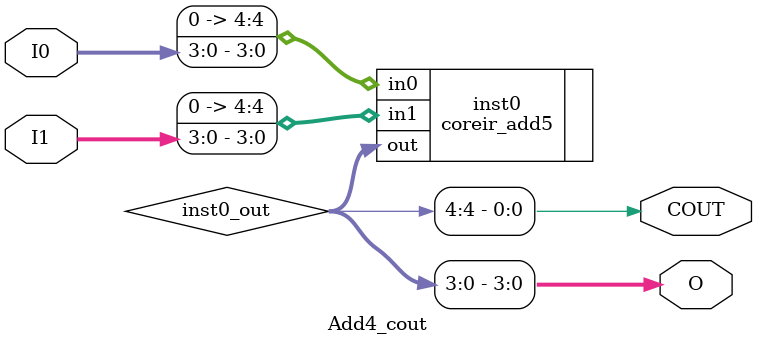
<source format=v>
module Add4_cout (input [3:0] I0, input [3:0] I1, output [3:0] O, output  COUT);
wire [4:0] inst0_out;
coreir_add5 inst0 (.in0({1'b0,I0[3],I0[2],I0[1],I0[0]}), .in1({1'b0,I1[3],I1[2],I1[1],I1[0]}), .out(inst0_out));
assign O = {inst0_out[3],inst0_out[2],inst0_out[1],inst0_out[0]};
assign COUT = inst0_out[4];
endmodule


</source>
